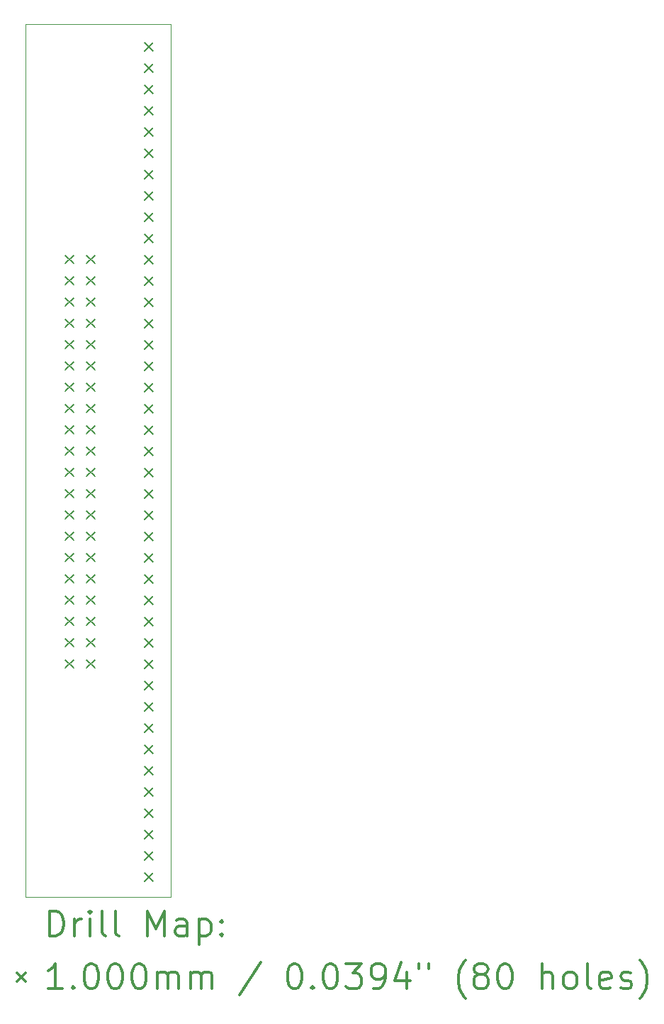
<source format=gbr>
%FSLAX45Y45*%
G04 Gerber Fmt 4.5, Leading zero omitted, Abs format (unit mm)*
G04 Created by KiCad (PCBNEW (5.1.10-1-10_14)) date 2021-08-04 23:39:22*
%MOMM*%
%LPD*%
G01*
G04 APERTURE LIST*
%TA.AperFunction,Profile*%
%ADD10C,0.050000*%
%TD*%
%ADD11C,0.200000*%
%ADD12C,0.300000*%
G04 APERTURE END LIST*
D10*
X10614660Y-14183360D02*
X10614660Y-3774440D01*
X8882380Y-14183360D02*
X10614660Y-14183360D01*
X8882380Y-3774440D02*
X8882380Y-14183360D01*
X10614660Y-3774440D02*
X8882380Y-3774440D01*
D11*
X9358160Y-6528600D02*
X9458160Y-6628600D01*
X9458160Y-6528600D02*
X9358160Y-6628600D01*
X9358160Y-6782600D02*
X9458160Y-6882600D01*
X9458160Y-6782600D02*
X9358160Y-6882600D01*
X9358160Y-7036600D02*
X9458160Y-7136600D01*
X9458160Y-7036600D02*
X9358160Y-7136600D01*
X9358160Y-7290600D02*
X9458160Y-7390600D01*
X9458160Y-7290600D02*
X9358160Y-7390600D01*
X9358160Y-7544600D02*
X9458160Y-7644600D01*
X9458160Y-7544600D02*
X9358160Y-7644600D01*
X9358160Y-7798600D02*
X9458160Y-7898600D01*
X9458160Y-7798600D02*
X9358160Y-7898600D01*
X9358160Y-8052600D02*
X9458160Y-8152600D01*
X9458160Y-8052600D02*
X9358160Y-8152600D01*
X9358160Y-8306600D02*
X9458160Y-8406600D01*
X9458160Y-8306600D02*
X9358160Y-8406600D01*
X9358160Y-8560600D02*
X9458160Y-8660600D01*
X9458160Y-8560600D02*
X9358160Y-8660600D01*
X9358160Y-8814600D02*
X9458160Y-8914600D01*
X9458160Y-8814600D02*
X9358160Y-8914600D01*
X9358160Y-9068600D02*
X9458160Y-9168600D01*
X9458160Y-9068600D02*
X9358160Y-9168600D01*
X9358160Y-9322600D02*
X9458160Y-9422600D01*
X9458160Y-9322600D02*
X9358160Y-9422600D01*
X9358160Y-9576600D02*
X9458160Y-9676600D01*
X9458160Y-9576600D02*
X9358160Y-9676600D01*
X9358160Y-9830600D02*
X9458160Y-9930600D01*
X9458160Y-9830600D02*
X9358160Y-9930600D01*
X9358160Y-10084600D02*
X9458160Y-10184600D01*
X9458160Y-10084600D02*
X9358160Y-10184600D01*
X9358160Y-10338600D02*
X9458160Y-10438600D01*
X9458160Y-10338600D02*
X9358160Y-10438600D01*
X9358160Y-10592600D02*
X9458160Y-10692600D01*
X9458160Y-10592600D02*
X9358160Y-10692600D01*
X9358160Y-10846600D02*
X9458160Y-10946600D01*
X9458160Y-10846600D02*
X9358160Y-10946600D01*
X9358160Y-11100600D02*
X9458160Y-11200600D01*
X9458160Y-11100600D02*
X9358160Y-11200600D01*
X9358160Y-11354600D02*
X9458160Y-11454600D01*
X9458160Y-11354600D02*
X9358160Y-11454600D01*
X9612160Y-6528600D02*
X9712160Y-6628600D01*
X9712160Y-6528600D02*
X9612160Y-6628600D01*
X9612160Y-6782600D02*
X9712160Y-6882600D01*
X9712160Y-6782600D02*
X9612160Y-6882600D01*
X9612160Y-7036600D02*
X9712160Y-7136600D01*
X9712160Y-7036600D02*
X9612160Y-7136600D01*
X9612160Y-7290600D02*
X9712160Y-7390600D01*
X9712160Y-7290600D02*
X9612160Y-7390600D01*
X9612160Y-7544600D02*
X9712160Y-7644600D01*
X9712160Y-7544600D02*
X9612160Y-7644600D01*
X9612160Y-7798600D02*
X9712160Y-7898600D01*
X9712160Y-7798600D02*
X9612160Y-7898600D01*
X9612160Y-8052600D02*
X9712160Y-8152600D01*
X9712160Y-8052600D02*
X9612160Y-8152600D01*
X9612160Y-8306600D02*
X9712160Y-8406600D01*
X9712160Y-8306600D02*
X9612160Y-8406600D01*
X9612160Y-8560600D02*
X9712160Y-8660600D01*
X9712160Y-8560600D02*
X9612160Y-8660600D01*
X9612160Y-8814600D02*
X9712160Y-8914600D01*
X9712160Y-8814600D02*
X9612160Y-8914600D01*
X9612160Y-9068600D02*
X9712160Y-9168600D01*
X9712160Y-9068600D02*
X9612160Y-9168600D01*
X9612160Y-9322600D02*
X9712160Y-9422600D01*
X9712160Y-9322600D02*
X9612160Y-9422600D01*
X9612160Y-9576600D02*
X9712160Y-9676600D01*
X9712160Y-9576600D02*
X9612160Y-9676600D01*
X9612160Y-9830600D02*
X9712160Y-9930600D01*
X9712160Y-9830600D02*
X9612160Y-9930600D01*
X9612160Y-10084600D02*
X9712160Y-10184600D01*
X9712160Y-10084600D02*
X9612160Y-10184600D01*
X9612160Y-10338600D02*
X9712160Y-10438600D01*
X9712160Y-10338600D02*
X9612160Y-10438600D01*
X9612160Y-10592600D02*
X9712160Y-10692600D01*
X9712160Y-10592600D02*
X9612160Y-10692600D01*
X9612160Y-10846600D02*
X9712160Y-10946600D01*
X9712160Y-10846600D02*
X9612160Y-10946600D01*
X9612160Y-11100600D02*
X9712160Y-11200600D01*
X9712160Y-11100600D02*
X9612160Y-11200600D01*
X9612160Y-11354600D02*
X9712160Y-11454600D01*
X9712160Y-11354600D02*
X9612160Y-11454600D01*
X10305580Y-3991600D02*
X10405580Y-4091600D01*
X10405580Y-3991600D02*
X10305580Y-4091600D01*
X10305580Y-4245600D02*
X10405580Y-4345600D01*
X10405580Y-4245600D02*
X10305580Y-4345600D01*
X10305580Y-4499600D02*
X10405580Y-4599600D01*
X10405580Y-4499600D02*
X10305580Y-4599600D01*
X10305580Y-4753600D02*
X10405580Y-4853600D01*
X10405580Y-4753600D02*
X10305580Y-4853600D01*
X10305580Y-5007600D02*
X10405580Y-5107600D01*
X10405580Y-5007600D02*
X10305580Y-5107600D01*
X10305580Y-5261600D02*
X10405580Y-5361600D01*
X10405580Y-5261600D02*
X10305580Y-5361600D01*
X10305580Y-5515600D02*
X10405580Y-5615600D01*
X10405580Y-5515600D02*
X10305580Y-5615600D01*
X10305580Y-5769600D02*
X10405580Y-5869600D01*
X10405580Y-5769600D02*
X10305580Y-5869600D01*
X10305580Y-6023600D02*
X10405580Y-6123600D01*
X10405580Y-6023600D02*
X10305580Y-6123600D01*
X10305580Y-6277600D02*
X10405580Y-6377600D01*
X10405580Y-6277600D02*
X10305580Y-6377600D01*
X10305580Y-6531600D02*
X10405580Y-6631600D01*
X10405580Y-6531600D02*
X10305580Y-6631600D01*
X10305580Y-6785600D02*
X10405580Y-6885600D01*
X10405580Y-6785600D02*
X10305580Y-6885600D01*
X10305580Y-7039600D02*
X10405580Y-7139600D01*
X10405580Y-7039600D02*
X10305580Y-7139600D01*
X10305580Y-7293600D02*
X10405580Y-7393600D01*
X10405580Y-7293600D02*
X10305580Y-7393600D01*
X10305580Y-7547600D02*
X10405580Y-7647600D01*
X10405580Y-7547600D02*
X10305580Y-7647600D01*
X10305580Y-7801600D02*
X10405580Y-7901600D01*
X10405580Y-7801600D02*
X10305580Y-7901600D01*
X10305580Y-8055600D02*
X10405580Y-8155600D01*
X10405580Y-8055600D02*
X10305580Y-8155600D01*
X10305580Y-8309600D02*
X10405580Y-8409600D01*
X10405580Y-8309600D02*
X10305580Y-8409600D01*
X10305580Y-8563600D02*
X10405580Y-8663600D01*
X10405580Y-8563600D02*
X10305580Y-8663600D01*
X10305580Y-8817600D02*
X10405580Y-8917600D01*
X10405580Y-8817600D02*
X10305580Y-8917600D01*
X10305580Y-9071600D02*
X10405580Y-9171600D01*
X10405580Y-9071600D02*
X10305580Y-9171600D01*
X10305580Y-9325600D02*
X10405580Y-9425600D01*
X10405580Y-9325600D02*
X10305580Y-9425600D01*
X10305580Y-9579600D02*
X10405580Y-9679600D01*
X10405580Y-9579600D02*
X10305580Y-9679600D01*
X10305580Y-9833600D02*
X10405580Y-9933600D01*
X10405580Y-9833600D02*
X10305580Y-9933600D01*
X10305580Y-10087600D02*
X10405580Y-10187600D01*
X10405580Y-10087600D02*
X10305580Y-10187600D01*
X10305580Y-10341600D02*
X10405580Y-10441600D01*
X10405580Y-10341600D02*
X10305580Y-10441600D01*
X10305580Y-10595600D02*
X10405580Y-10695600D01*
X10405580Y-10595600D02*
X10305580Y-10695600D01*
X10305580Y-10849600D02*
X10405580Y-10949600D01*
X10405580Y-10849600D02*
X10305580Y-10949600D01*
X10305580Y-11103600D02*
X10405580Y-11203600D01*
X10405580Y-11103600D02*
X10305580Y-11203600D01*
X10305580Y-11357600D02*
X10405580Y-11457600D01*
X10405580Y-11357600D02*
X10305580Y-11457600D01*
X10305580Y-11611600D02*
X10405580Y-11711600D01*
X10405580Y-11611600D02*
X10305580Y-11711600D01*
X10305580Y-11865600D02*
X10405580Y-11965600D01*
X10405580Y-11865600D02*
X10305580Y-11965600D01*
X10305580Y-12119600D02*
X10405580Y-12219600D01*
X10405580Y-12119600D02*
X10305580Y-12219600D01*
X10305580Y-12373600D02*
X10405580Y-12473600D01*
X10405580Y-12373600D02*
X10305580Y-12473600D01*
X10305580Y-12627600D02*
X10405580Y-12727600D01*
X10405580Y-12627600D02*
X10305580Y-12727600D01*
X10305580Y-12881600D02*
X10405580Y-12981600D01*
X10405580Y-12881600D02*
X10305580Y-12981600D01*
X10305580Y-13135600D02*
X10405580Y-13235600D01*
X10405580Y-13135600D02*
X10305580Y-13235600D01*
X10305580Y-13389600D02*
X10405580Y-13489600D01*
X10405580Y-13389600D02*
X10305580Y-13489600D01*
X10305580Y-13643600D02*
X10405580Y-13743600D01*
X10405580Y-13643600D02*
X10305580Y-13743600D01*
X10305580Y-13897600D02*
X10405580Y-13997600D01*
X10405580Y-13897600D02*
X10305580Y-13997600D01*
D12*
X9166308Y-14651574D02*
X9166308Y-14351574D01*
X9237737Y-14351574D01*
X9280594Y-14365860D01*
X9309166Y-14394431D01*
X9323451Y-14423003D01*
X9337737Y-14480146D01*
X9337737Y-14523003D01*
X9323451Y-14580146D01*
X9309166Y-14608717D01*
X9280594Y-14637289D01*
X9237737Y-14651574D01*
X9166308Y-14651574D01*
X9466308Y-14651574D02*
X9466308Y-14451574D01*
X9466308Y-14508717D02*
X9480594Y-14480146D01*
X9494880Y-14465860D01*
X9523451Y-14451574D01*
X9552023Y-14451574D01*
X9652023Y-14651574D02*
X9652023Y-14451574D01*
X9652023Y-14351574D02*
X9637737Y-14365860D01*
X9652023Y-14380146D01*
X9666308Y-14365860D01*
X9652023Y-14351574D01*
X9652023Y-14380146D01*
X9837737Y-14651574D02*
X9809166Y-14637289D01*
X9794880Y-14608717D01*
X9794880Y-14351574D01*
X9994880Y-14651574D02*
X9966308Y-14637289D01*
X9952023Y-14608717D01*
X9952023Y-14351574D01*
X10337737Y-14651574D02*
X10337737Y-14351574D01*
X10437737Y-14565860D01*
X10537737Y-14351574D01*
X10537737Y-14651574D01*
X10809166Y-14651574D02*
X10809166Y-14494431D01*
X10794880Y-14465860D01*
X10766308Y-14451574D01*
X10709166Y-14451574D01*
X10680594Y-14465860D01*
X10809166Y-14637289D02*
X10780594Y-14651574D01*
X10709166Y-14651574D01*
X10680594Y-14637289D01*
X10666308Y-14608717D01*
X10666308Y-14580146D01*
X10680594Y-14551574D01*
X10709166Y-14537289D01*
X10780594Y-14537289D01*
X10809166Y-14523003D01*
X10952023Y-14451574D02*
X10952023Y-14751574D01*
X10952023Y-14465860D02*
X10980594Y-14451574D01*
X11037737Y-14451574D01*
X11066308Y-14465860D01*
X11080594Y-14480146D01*
X11094880Y-14508717D01*
X11094880Y-14594431D01*
X11080594Y-14623003D01*
X11066308Y-14637289D01*
X11037737Y-14651574D01*
X10980594Y-14651574D01*
X10952023Y-14637289D01*
X11223451Y-14623003D02*
X11237737Y-14637289D01*
X11223451Y-14651574D01*
X11209166Y-14637289D01*
X11223451Y-14623003D01*
X11223451Y-14651574D01*
X11223451Y-14465860D02*
X11237737Y-14480146D01*
X11223451Y-14494431D01*
X11209166Y-14480146D01*
X11223451Y-14465860D01*
X11223451Y-14494431D01*
X8779880Y-15095860D02*
X8879880Y-15195860D01*
X8879880Y-15095860D02*
X8779880Y-15195860D01*
X9323451Y-15281574D02*
X9152023Y-15281574D01*
X9237737Y-15281574D02*
X9237737Y-14981574D01*
X9209166Y-15024431D01*
X9180594Y-15053003D01*
X9152023Y-15067289D01*
X9452023Y-15253003D02*
X9466308Y-15267289D01*
X9452023Y-15281574D01*
X9437737Y-15267289D01*
X9452023Y-15253003D01*
X9452023Y-15281574D01*
X9652023Y-14981574D02*
X9680594Y-14981574D01*
X9709166Y-14995860D01*
X9723451Y-15010146D01*
X9737737Y-15038717D01*
X9752023Y-15095860D01*
X9752023Y-15167289D01*
X9737737Y-15224431D01*
X9723451Y-15253003D01*
X9709166Y-15267289D01*
X9680594Y-15281574D01*
X9652023Y-15281574D01*
X9623451Y-15267289D01*
X9609166Y-15253003D01*
X9594880Y-15224431D01*
X9580594Y-15167289D01*
X9580594Y-15095860D01*
X9594880Y-15038717D01*
X9609166Y-15010146D01*
X9623451Y-14995860D01*
X9652023Y-14981574D01*
X9937737Y-14981574D02*
X9966308Y-14981574D01*
X9994880Y-14995860D01*
X10009166Y-15010146D01*
X10023451Y-15038717D01*
X10037737Y-15095860D01*
X10037737Y-15167289D01*
X10023451Y-15224431D01*
X10009166Y-15253003D01*
X9994880Y-15267289D01*
X9966308Y-15281574D01*
X9937737Y-15281574D01*
X9909166Y-15267289D01*
X9894880Y-15253003D01*
X9880594Y-15224431D01*
X9866308Y-15167289D01*
X9866308Y-15095860D01*
X9880594Y-15038717D01*
X9894880Y-15010146D01*
X9909166Y-14995860D01*
X9937737Y-14981574D01*
X10223451Y-14981574D02*
X10252023Y-14981574D01*
X10280594Y-14995860D01*
X10294880Y-15010146D01*
X10309166Y-15038717D01*
X10323451Y-15095860D01*
X10323451Y-15167289D01*
X10309166Y-15224431D01*
X10294880Y-15253003D01*
X10280594Y-15267289D01*
X10252023Y-15281574D01*
X10223451Y-15281574D01*
X10194880Y-15267289D01*
X10180594Y-15253003D01*
X10166308Y-15224431D01*
X10152023Y-15167289D01*
X10152023Y-15095860D01*
X10166308Y-15038717D01*
X10180594Y-15010146D01*
X10194880Y-14995860D01*
X10223451Y-14981574D01*
X10452023Y-15281574D02*
X10452023Y-15081574D01*
X10452023Y-15110146D02*
X10466308Y-15095860D01*
X10494880Y-15081574D01*
X10537737Y-15081574D01*
X10566308Y-15095860D01*
X10580594Y-15124431D01*
X10580594Y-15281574D01*
X10580594Y-15124431D02*
X10594880Y-15095860D01*
X10623451Y-15081574D01*
X10666308Y-15081574D01*
X10694880Y-15095860D01*
X10709166Y-15124431D01*
X10709166Y-15281574D01*
X10852023Y-15281574D02*
X10852023Y-15081574D01*
X10852023Y-15110146D02*
X10866308Y-15095860D01*
X10894880Y-15081574D01*
X10937737Y-15081574D01*
X10966308Y-15095860D01*
X10980594Y-15124431D01*
X10980594Y-15281574D01*
X10980594Y-15124431D02*
X10994880Y-15095860D01*
X11023451Y-15081574D01*
X11066308Y-15081574D01*
X11094880Y-15095860D01*
X11109166Y-15124431D01*
X11109166Y-15281574D01*
X11694880Y-14967289D02*
X11437737Y-15353003D01*
X12080594Y-14981574D02*
X12109166Y-14981574D01*
X12137737Y-14995860D01*
X12152023Y-15010146D01*
X12166308Y-15038717D01*
X12180594Y-15095860D01*
X12180594Y-15167289D01*
X12166308Y-15224431D01*
X12152023Y-15253003D01*
X12137737Y-15267289D01*
X12109166Y-15281574D01*
X12080594Y-15281574D01*
X12052023Y-15267289D01*
X12037737Y-15253003D01*
X12023451Y-15224431D01*
X12009166Y-15167289D01*
X12009166Y-15095860D01*
X12023451Y-15038717D01*
X12037737Y-15010146D01*
X12052023Y-14995860D01*
X12080594Y-14981574D01*
X12309166Y-15253003D02*
X12323451Y-15267289D01*
X12309166Y-15281574D01*
X12294880Y-15267289D01*
X12309166Y-15253003D01*
X12309166Y-15281574D01*
X12509166Y-14981574D02*
X12537737Y-14981574D01*
X12566308Y-14995860D01*
X12580594Y-15010146D01*
X12594880Y-15038717D01*
X12609166Y-15095860D01*
X12609166Y-15167289D01*
X12594880Y-15224431D01*
X12580594Y-15253003D01*
X12566308Y-15267289D01*
X12537737Y-15281574D01*
X12509166Y-15281574D01*
X12480594Y-15267289D01*
X12466308Y-15253003D01*
X12452023Y-15224431D01*
X12437737Y-15167289D01*
X12437737Y-15095860D01*
X12452023Y-15038717D01*
X12466308Y-15010146D01*
X12480594Y-14995860D01*
X12509166Y-14981574D01*
X12709166Y-14981574D02*
X12894880Y-14981574D01*
X12794880Y-15095860D01*
X12837737Y-15095860D01*
X12866308Y-15110146D01*
X12880594Y-15124431D01*
X12894880Y-15153003D01*
X12894880Y-15224431D01*
X12880594Y-15253003D01*
X12866308Y-15267289D01*
X12837737Y-15281574D01*
X12752023Y-15281574D01*
X12723451Y-15267289D01*
X12709166Y-15253003D01*
X13037737Y-15281574D02*
X13094880Y-15281574D01*
X13123451Y-15267289D01*
X13137737Y-15253003D01*
X13166308Y-15210146D01*
X13180594Y-15153003D01*
X13180594Y-15038717D01*
X13166308Y-15010146D01*
X13152023Y-14995860D01*
X13123451Y-14981574D01*
X13066308Y-14981574D01*
X13037737Y-14995860D01*
X13023451Y-15010146D01*
X13009166Y-15038717D01*
X13009166Y-15110146D01*
X13023451Y-15138717D01*
X13037737Y-15153003D01*
X13066308Y-15167289D01*
X13123451Y-15167289D01*
X13152023Y-15153003D01*
X13166308Y-15138717D01*
X13180594Y-15110146D01*
X13437737Y-15081574D02*
X13437737Y-15281574D01*
X13366308Y-14967289D02*
X13294880Y-15181574D01*
X13480594Y-15181574D01*
X13580594Y-14981574D02*
X13580594Y-15038717D01*
X13694880Y-14981574D02*
X13694880Y-15038717D01*
X14137737Y-15395860D02*
X14123451Y-15381574D01*
X14094880Y-15338717D01*
X14080594Y-15310146D01*
X14066308Y-15267289D01*
X14052023Y-15195860D01*
X14052023Y-15138717D01*
X14066308Y-15067289D01*
X14080594Y-15024431D01*
X14094880Y-14995860D01*
X14123451Y-14953003D01*
X14137737Y-14938717D01*
X14294880Y-15110146D02*
X14266308Y-15095860D01*
X14252023Y-15081574D01*
X14237737Y-15053003D01*
X14237737Y-15038717D01*
X14252023Y-15010146D01*
X14266308Y-14995860D01*
X14294880Y-14981574D01*
X14352023Y-14981574D01*
X14380594Y-14995860D01*
X14394880Y-15010146D01*
X14409166Y-15038717D01*
X14409166Y-15053003D01*
X14394880Y-15081574D01*
X14380594Y-15095860D01*
X14352023Y-15110146D01*
X14294880Y-15110146D01*
X14266308Y-15124431D01*
X14252023Y-15138717D01*
X14237737Y-15167289D01*
X14237737Y-15224431D01*
X14252023Y-15253003D01*
X14266308Y-15267289D01*
X14294880Y-15281574D01*
X14352023Y-15281574D01*
X14380594Y-15267289D01*
X14394880Y-15253003D01*
X14409166Y-15224431D01*
X14409166Y-15167289D01*
X14394880Y-15138717D01*
X14380594Y-15124431D01*
X14352023Y-15110146D01*
X14594880Y-14981574D02*
X14623451Y-14981574D01*
X14652023Y-14995860D01*
X14666308Y-15010146D01*
X14680594Y-15038717D01*
X14694880Y-15095860D01*
X14694880Y-15167289D01*
X14680594Y-15224431D01*
X14666308Y-15253003D01*
X14652023Y-15267289D01*
X14623451Y-15281574D01*
X14594880Y-15281574D01*
X14566308Y-15267289D01*
X14552023Y-15253003D01*
X14537737Y-15224431D01*
X14523451Y-15167289D01*
X14523451Y-15095860D01*
X14537737Y-15038717D01*
X14552023Y-15010146D01*
X14566308Y-14995860D01*
X14594880Y-14981574D01*
X15052023Y-15281574D02*
X15052023Y-14981574D01*
X15180594Y-15281574D02*
X15180594Y-15124431D01*
X15166308Y-15095860D01*
X15137737Y-15081574D01*
X15094880Y-15081574D01*
X15066308Y-15095860D01*
X15052023Y-15110146D01*
X15366308Y-15281574D02*
X15337737Y-15267289D01*
X15323451Y-15253003D01*
X15309166Y-15224431D01*
X15309166Y-15138717D01*
X15323451Y-15110146D01*
X15337737Y-15095860D01*
X15366308Y-15081574D01*
X15409166Y-15081574D01*
X15437737Y-15095860D01*
X15452023Y-15110146D01*
X15466308Y-15138717D01*
X15466308Y-15224431D01*
X15452023Y-15253003D01*
X15437737Y-15267289D01*
X15409166Y-15281574D01*
X15366308Y-15281574D01*
X15637737Y-15281574D02*
X15609166Y-15267289D01*
X15594880Y-15238717D01*
X15594880Y-14981574D01*
X15866308Y-15267289D02*
X15837737Y-15281574D01*
X15780594Y-15281574D01*
X15752023Y-15267289D01*
X15737737Y-15238717D01*
X15737737Y-15124431D01*
X15752023Y-15095860D01*
X15780594Y-15081574D01*
X15837737Y-15081574D01*
X15866308Y-15095860D01*
X15880594Y-15124431D01*
X15880594Y-15153003D01*
X15737737Y-15181574D01*
X15994880Y-15267289D02*
X16023451Y-15281574D01*
X16080594Y-15281574D01*
X16109166Y-15267289D01*
X16123451Y-15238717D01*
X16123451Y-15224431D01*
X16109166Y-15195860D01*
X16080594Y-15181574D01*
X16037737Y-15181574D01*
X16009166Y-15167289D01*
X15994880Y-15138717D01*
X15994880Y-15124431D01*
X16009166Y-15095860D01*
X16037737Y-15081574D01*
X16080594Y-15081574D01*
X16109166Y-15095860D01*
X16223451Y-15395860D02*
X16237737Y-15381574D01*
X16266308Y-15338717D01*
X16280594Y-15310146D01*
X16294880Y-15267289D01*
X16309166Y-15195860D01*
X16309166Y-15138717D01*
X16294880Y-15067289D01*
X16280594Y-15024431D01*
X16266308Y-14995860D01*
X16237737Y-14953003D01*
X16223451Y-14938717D01*
M02*

</source>
